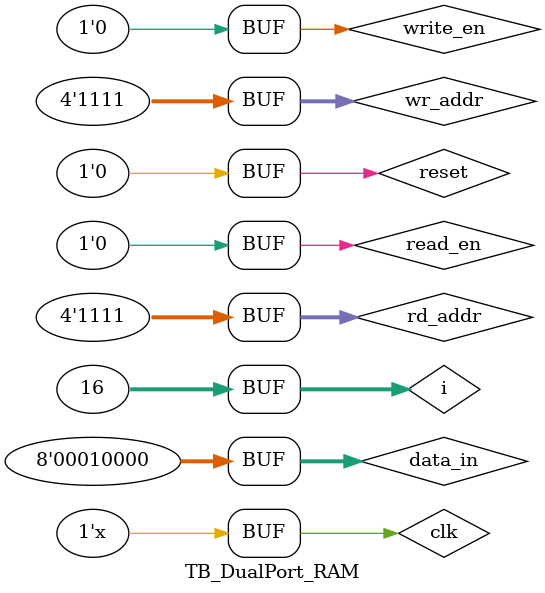
<source format=v>
module TB_DualPort_RAM;
parameter ram_width = 8;
parameter addr_size = 4;
parameter ram_depth = 16;
reg clk, reset, read_en, write_en;
reg [ram_width-1:0] data_in;
reg [addr_size-1:0] rd_addr, wr_addr;
wire [ram_width-1:0] data_out;
integer i;
dual_port_sync_ram dut (clk, reset, read_en, write_en, data_in, rd_addr, wr_addr, data_out);

always #5 clk = ~clk;
initial begin
    clk = 0;rd_addr = 0;read_en = 0;write_en = 0;reset = 1;data_in = 0;wr_addr = 0;#20;
    reset = 0;
    // Write all the locations of RAM
    write_en = 1;  
    for(i = 0; i < 16; i = i + 1) begin
        data_in = i + 1;
        wr_addr = i;
        #10;
    end
    write_en = 0;  
    // Read all the locations of RAM
    read_en = 1;  
    for(i = 0; i < 16; i = i + 1) begin
        rd_addr = i;
        #10;
    end
    read_en = 0; #10;
    read_en = 1;
    write_en = 1;
        for(i = 0; i < 16; i = i + 1) begin
        data_in = i + 1;
        wr_addr = i;
        rd_addr = i;
        #10;
    end
    write_en = 0;  
    read_en =0;
end

initial begin
    $monitor("Values of read_en=%b,write_en=%b, data_in=%b, data_out=%b ", read_en, write_en, data_in, data_out);
end

endmodule
</source>
